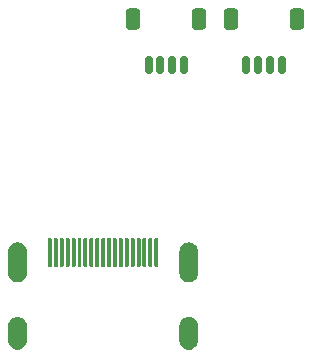
<source format=gbr>
%TF.GenerationSoftware,KiCad,Pcbnew,(6.0.6)*%
%TF.CreationDate,2022-06-22T16:08:49-06:00*%
%TF.ProjectId,21Pin_Fanout_Diodes_&_Heater,32315069-6e5f-4466-916e-6f75745f4469,rev?*%
%TF.SameCoordinates,Original*%
%TF.FileFunction,Paste,Top*%
%TF.FilePolarity,Positive*%
%FSLAX46Y46*%
G04 Gerber Fmt 4.6, Leading zero omitted, Abs format (unit mm)*
G04 Created by KiCad (PCBNEW (6.0.6)) date 2022-06-22 16:08:49*
%MOMM*%
%LPD*%
G01*
G04 APERTURE LIST*
G04 Aperture macros list*
%AMRoundRect*
0 Rectangle with rounded corners*
0 $1 Rounding radius*
0 $2 $3 $4 $5 $6 $7 $8 $9 X,Y pos of 4 corners*
0 Add a 4 corners polygon primitive as box body*
4,1,4,$2,$3,$4,$5,$6,$7,$8,$9,$2,$3,0*
0 Add four circle primitives for the rounded corners*
1,1,$1+$1,$2,$3*
1,1,$1+$1,$4,$5*
1,1,$1+$1,$6,$7*
1,1,$1+$1,$8,$9*
0 Add four rect primitives between the rounded corners*
20,1,$1+$1,$2,$3,$4,$5,0*
20,1,$1+$1,$4,$5,$6,$7,0*
20,1,$1+$1,$6,$7,$8,$9,0*
20,1,$1+$1,$8,$9,$2,$3,0*%
G04 Aperture macros list end*
%ADD10C,0.120000*%
%ADD11RoundRect,0.150000X0.150000X0.625000X-0.150000X0.625000X-0.150000X-0.625000X0.150000X-0.625000X0*%
%ADD12RoundRect,0.250000X0.350000X0.650000X-0.350000X0.650000X-0.350000X-0.650000X0.350000X-0.650000X0*%
%ADD13O,0.250000X2.400000*%
G04 APERTURE END LIST*
%TO.C,J1*%
G36*
X-3976000Y4594000D02*
G01*
X-3953000Y4587000D01*
X-3931000Y4575000D01*
X-3912000Y4560000D01*
X-3897000Y4541000D01*
X-3885000Y4519000D01*
X-3878000Y4496000D01*
X-3876000Y4471000D01*
X-3876000Y2321000D01*
X-3878000Y2297000D01*
X-3885000Y2273000D01*
X-3897000Y2252000D01*
X-3912000Y2233000D01*
X-3931000Y2217000D01*
X-3953000Y2206000D01*
X-3976000Y2199000D01*
X-4001000Y2196000D01*
X-4025000Y2199000D01*
X-4049000Y2206000D01*
X-4070000Y2217000D01*
X-4089000Y2233000D01*
X-4105000Y2252000D01*
X-4116000Y2273000D01*
X-4123000Y2297000D01*
X-4126000Y2321000D01*
X-4126000Y4471000D01*
X-4123000Y4496000D01*
X-4116000Y4519000D01*
X-4105000Y4541000D01*
X-4089000Y4560000D01*
X-4070000Y4575000D01*
X-4049000Y4587000D01*
X-4025000Y4594000D01*
X-4001000Y4596000D01*
X-3976000Y4594000D01*
G37*
D10*
X-3976000Y4594000D02*
X-3953000Y4587000D01*
X-3931000Y4575000D01*
X-3912000Y4560000D01*
X-3897000Y4541000D01*
X-3885000Y4519000D01*
X-3878000Y4496000D01*
X-3876000Y4471000D01*
X-3876000Y2321000D01*
X-3878000Y2297000D01*
X-3885000Y2273000D01*
X-3897000Y2252000D01*
X-3912000Y2233000D01*
X-3931000Y2217000D01*
X-3953000Y2206000D01*
X-3976000Y2199000D01*
X-4001000Y2196000D01*
X-4025000Y2199000D01*
X-4049000Y2206000D01*
X-4070000Y2217000D01*
X-4089000Y2233000D01*
X-4105000Y2252000D01*
X-4116000Y2273000D01*
X-4123000Y2297000D01*
X-4126000Y2321000D01*
X-4126000Y4471000D01*
X-4123000Y4496000D01*
X-4116000Y4519000D01*
X-4105000Y4541000D01*
X-4089000Y4560000D01*
X-4070000Y4575000D01*
X-4049000Y4587000D01*
X-4025000Y4594000D01*
X-4001000Y4596000D01*
X-3976000Y4594000D01*
G36*
X525000Y4594000D02*
G01*
X548000Y4587000D01*
X570000Y4575000D01*
X589000Y4560000D01*
X604000Y4541000D01*
X616000Y4519000D01*
X623000Y4496000D01*
X625000Y4471000D01*
X625000Y2321000D01*
X623000Y2297000D01*
X616000Y2273000D01*
X604000Y2252000D01*
X589000Y2233000D01*
X570000Y2217000D01*
X548000Y2206000D01*
X525000Y2199000D01*
X500000Y2196000D01*
X476000Y2199000D01*
X452000Y2206000D01*
X431000Y2217000D01*
X412000Y2233000D01*
X396000Y2252000D01*
X385000Y2273000D01*
X377000Y2297000D01*
X375000Y2321000D01*
X375000Y4471000D01*
X377000Y4496000D01*
X385000Y4519000D01*
X396000Y4541000D01*
X412000Y4560000D01*
X431000Y4575000D01*
X452000Y4587000D01*
X476000Y4594000D01*
X500000Y4596000D01*
X525000Y4594000D01*
G37*
X525000Y4594000D02*
X548000Y4587000D01*
X570000Y4575000D01*
X589000Y4560000D01*
X604000Y4541000D01*
X616000Y4519000D01*
X623000Y4496000D01*
X625000Y4471000D01*
X625000Y2321000D01*
X623000Y2297000D01*
X616000Y2273000D01*
X604000Y2252000D01*
X589000Y2233000D01*
X570000Y2217000D01*
X548000Y2206000D01*
X525000Y2199000D01*
X500000Y2196000D01*
X476000Y2199000D01*
X452000Y2206000D01*
X431000Y2217000D01*
X412000Y2233000D01*
X396000Y2252000D01*
X385000Y2273000D01*
X377000Y2297000D01*
X375000Y2321000D01*
X375000Y4471000D01*
X377000Y4496000D01*
X385000Y4519000D01*
X396000Y4541000D01*
X412000Y4560000D01*
X431000Y4575000D01*
X452000Y4587000D01*
X476000Y4594000D01*
X500000Y4596000D01*
X525000Y4594000D01*
G36*
X-974000Y4592000D02*
G01*
X-951000Y4584000D01*
X-929000Y4572000D01*
X-911000Y4557000D01*
X-895000Y4537000D01*
X-884000Y4516000D01*
X-877000Y4492000D01*
X-875000Y4471000D01*
X-875000Y2321000D01*
X-878000Y2297000D01*
X-885000Y2274000D01*
X-897000Y2252000D01*
X-913000Y2233000D01*
X-932000Y2218000D01*
X-954000Y2207000D01*
X-978000Y2200000D01*
X-1002000Y2198000D01*
X-1026000Y2201000D01*
X-1050000Y2208000D01*
X-1071000Y2220000D01*
X-1090000Y2236000D01*
X-1105000Y2255000D01*
X-1116000Y2277000D01*
X-1123000Y2300000D01*
X-1125000Y2321000D01*
X-1125000Y4471000D01*
X-1122000Y4496000D01*
X-1115000Y4519000D01*
X-1103000Y4540000D01*
X-1087000Y4559000D01*
X-1068000Y4574000D01*
X-1046000Y4586000D01*
X-1023000Y4592000D01*
X-998000Y4594000D01*
X-974000Y4592000D01*
G37*
X-974000Y4592000D02*
X-951000Y4584000D01*
X-929000Y4572000D01*
X-911000Y4557000D01*
X-895000Y4537000D01*
X-884000Y4516000D01*
X-877000Y4492000D01*
X-875000Y4471000D01*
X-875000Y2321000D01*
X-878000Y2297000D01*
X-885000Y2274000D01*
X-897000Y2252000D01*
X-913000Y2233000D01*
X-932000Y2218000D01*
X-954000Y2207000D01*
X-978000Y2200000D01*
X-1002000Y2198000D01*
X-1026000Y2201000D01*
X-1050000Y2208000D01*
X-1071000Y2220000D01*
X-1090000Y2236000D01*
X-1105000Y2255000D01*
X-1116000Y2277000D01*
X-1123000Y2300000D01*
X-1125000Y2321000D01*
X-1125000Y4471000D01*
X-1122000Y4496000D01*
X-1115000Y4519000D01*
X-1103000Y4540000D01*
X-1087000Y4559000D01*
X-1068000Y4574000D01*
X-1046000Y4586000D01*
X-1023000Y4592000D01*
X-998000Y4594000D01*
X-974000Y4592000D01*
G36*
X-7103000Y-2100000D02*
G01*
X-6962000Y-2143000D01*
X-6832000Y-2212000D01*
X-6719000Y-2305000D01*
X-6626000Y-2419000D01*
X-6556000Y-2549000D01*
X-6514000Y-2689000D01*
X-6499000Y-2836000D01*
X-6499000Y-4036000D01*
X-6514000Y-4182000D01*
X-6556000Y-4323000D01*
X-6626000Y-4452000D01*
X-6719000Y-4566000D01*
X-6832000Y-4659000D01*
X-6962000Y-4729000D01*
X-7103000Y-4771000D01*
X-7249000Y-4786000D01*
X-7395000Y-4771000D01*
X-7536000Y-4729000D01*
X-7666000Y-4659000D01*
X-7779000Y-4566000D01*
X-7873000Y-4452000D01*
X-7942000Y-4323000D01*
X-7985000Y-4182000D01*
X-7999000Y-4036000D01*
X-7999000Y-2836000D01*
X-7985000Y-2689000D01*
X-7942000Y-2549000D01*
X-7873000Y-2419000D01*
X-7779000Y-2305000D01*
X-7666000Y-2212000D01*
X-7536000Y-2143000D01*
X-7395000Y-2100000D01*
X-7249000Y-2086000D01*
X-7103000Y-2100000D01*
G37*
X-7103000Y-2100000D02*
X-6962000Y-2143000D01*
X-6832000Y-2212000D01*
X-6719000Y-2305000D01*
X-6626000Y-2419000D01*
X-6556000Y-2549000D01*
X-6514000Y-2689000D01*
X-6499000Y-2836000D01*
X-6499000Y-4036000D01*
X-6514000Y-4182000D01*
X-6556000Y-4323000D01*
X-6626000Y-4452000D01*
X-6719000Y-4566000D01*
X-6832000Y-4659000D01*
X-6962000Y-4729000D01*
X-7103000Y-4771000D01*
X-7249000Y-4786000D01*
X-7395000Y-4771000D01*
X-7536000Y-4729000D01*
X-7666000Y-4659000D01*
X-7779000Y-4566000D01*
X-7873000Y-4452000D01*
X-7942000Y-4323000D01*
X-7985000Y-4182000D01*
X-7999000Y-4036000D01*
X-7999000Y-2836000D01*
X-7985000Y-2689000D01*
X-7942000Y-2549000D01*
X-7873000Y-2419000D01*
X-7779000Y-2305000D01*
X-7666000Y-2212000D01*
X-7536000Y-2143000D01*
X-7395000Y-2100000D01*
X-7249000Y-2086000D01*
X-7103000Y-2100000D01*
G36*
X3525000Y4594000D02*
G01*
X3549000Y4587000D01*
X3570000Y4575000D01*
X3589000Y4560000D01*
X3605000Y4541000D01*
X3616000Y4519000D01*
X3623000Y4496000D01*
X3626000Y4471000D01*
X3626000Y2321000D01*
X3623000Y2297000D01*
X3616000Y2273000D01*
X3605000Y2252000D01*
X3589000Y2233000D01*
X3570000Y2217000D01*
X3549000Y2206000D01*
X3525000Y2199000D01*
X3501000Y2196000D01*
X3476000Y2199000D01*
X3453000Y2206000D01*
X3431000Y2217000D01*
X3412000Y2233000D01*
X3397000Y2252000D01*
X3385000Y2273000D01*
X3378000Y2297000D01*
X3376000Y2321000D01*
X3376000Y4471000D01*
X3378000Y4496000D01*
X3385000Y4519000D01*
X3397000Y4541000D01*
X3412000Y4560000D01*
X3431000Y4575000D01*
X3453000Y4587000D01*
X3476000Y4594000D01*
X3501000Y4596000D01*
X3525000Y4594000D01*
G37*
X3525000Y4594000D02*
X3549000Y4587000D01*
X3570000Y4575000D01*
X3589000Y4560000D01*
X3605000Y4541000D01*
X3616000Y4519000D01*
X3623000Y4496000D01*
X3626000Y4471000D01*
X3626000Y2321000D01*
X3623000Y2297000D01*
X3616000Y2273000D01*
X3605000Y2252000D01*
X3589000Y2233000D01*
X3570000Y2217000D01*
X3549000Y2206000D01*
X3525000Y2199000D01*
X3501000Y2196000D01*
X3476000Y2199000D01*
X3453000Y2206000D01*
X3431000Y2217000D01*
X3412000Y2233000D01*
X3397000Y2252000D01*
X3385000Y2273000D01*
X3378000Y2297000D01*
X3376000Y2321000D01*
X3376000Y4471000D01*
X3378000Y4496000D01*
X3385000Y4519000D01*
X3397000Y4541000D01*
X3412000Y4560000D01*
X3431000Y4575000D01*
X3453000Y4587000D01*
X3476000Y4594000D01*
X3501000Y4596000D01*
X3525000Y4594000D01*
G36*
X2025000Y4594000D02*
G01*
X2048000Y4587000D01*
X2070000Y4575000D01*
X2089000Y4560000D01*
X2104000Y4541000D01*
X2116000Y4519000D01*
X2123000Y4496000D01*
X2125000Y4471000D01*
X2125000Y2321000D01*
X2123000Y2297000D01*
X2116000Y2273000D01*
X2104000Y2252000D01*
X2089000Y2233000D01*
X2070000Y2217000D01*
X2048000Y2206000D01*
X2025000Y2199000D01*
X2000000Y2196000D01*
X1976000Y2199000D01*
X1953000Y2206000D01*
X1931000Y2217000D01*
X1912000Y2233000D01*
X1896000Y2252000D01*
X1885000Y2273000D01*
X1878000Y2297000D01*
X1875000Y2321000D01*
X1875000Y4471000D01*
X1878000Y4496000D01*
X1885000Y4519000D01*
X1896000Y4541000D01*
X1912000Y4560000D01*
X1931000Y4575000D01*
X1953000Y4587000D01*
X1976000Y4594000D01*
X2000000Y4596000D01*
X2025000Y4594000D01*
G37*
X2025000Y4594000D02*
X2048000Y4587000D01*
X2070000Y4575000D01*
X2089000Y4560000D01*
X2104000Y4541000D01*
X2116000Y4519000D01*
X2123000Y4496000D01*
X2125000Y4471000D01*
X2125000Y2321000D01*
X2123000Y2297000D01*
X2116000Y2273000D01*
X2104000Y2252000D01*
X2089000Y2233000D01*
X2070000Y2217000D01*
X2048000Y2206000D01*
X2025000Y2199000D01*
X2000000Y2196000D01*
X1976000Y2199000D01*
X1953000Y2206000D01*
X1931000Y2217000D01*
X1912000Y2233000D01*
X1896000Y2252000D01*
X1885000Y2273000D01*
X1878000Y2297000D01*
X1875000Y2321000D01*
X1875000Y4471000D01*
X1878000Y4496000D01*
X1885000Y4519000D01*
X1896000Y4541000D01*
X1912000Y4560000D01*
X1931000Y4575000D01*
X1953000Y4587000D01*
X1976000Y4594000D01*
X2000000Y4596000D01*
X2025000Y4594000D01*
G36*
X-7103000Y4199000D02*
G01*
X-6962000Y4157000D01*
X-6832000Y4087000D01*
X-6719000Y3994000D01*
X-6626000Y3880000D01*
X-6556000Y3751000D01*
X-6514000Y3610000D01*
X-6499000Y3464000D01*
X-6499000Y1664000D01*
X-6514000Y1517000D01*
X-6556000Y1377000D01*
X-6626000Y1247000D01*
X-6719000Y1133000D01*
X-6832000Y1040000D01*
X-6962000Y971000D01*
X-7103000Y928000D01*
X-7249000Y914000D01*
X-7395000Y928000D01*
X-7536000Y971000D01*
X-7666000Y1040000D01*
X-7779000Y1133000D01*
X-7873000Y1247000D01*
X-7942000Y1377000D01*
X-7985000Y1517000D01*
X-7999000Y1664000D01*
X-7999000Y3464000D01*
X-7985000Y3610000D01*
X-7942000Y3751000D01*
X-7873000Y3880000D01*
X-7779000Y3994000D01*
X-7666000Y4087000D01*
X-7536000Y4157000D01*
X-7395000Y4199000D01*
X-7249000Y4214000D01*
X-7103000Y4199000D01*
G37*
X-7103000Y4199000D02*
X-6962000Y4157000D01*
X-6832000Y4087000D01*
X-6719000Y3994000D01*
X-6626000Y3880000D01*
X-6556000Y3751000D01*
X-6514000Y3610000D01*
X-6499000Y3464000D01*
X-6499000Y1664000D01*
X-6514000Y1517000D01*
X-6556000Y1377000D01*
X-6626000Y1247000D01*
X-6719000Y1133000D01*
X-6832000Y1040000D01*
X-6962000Y971000D01*
X-7103000Y928000D01*
X-7249000Y914000D01*
X-7395000Y928000D01*
X-7536000Y971000D01*
X-7666000Y1040000D01*
X-7779000Y1133000D01*
X-7873000Y1247000D01*
X-7942000Y1377000D01*
X-7985000Y1517000D01*
X-7999000Y1664000D01*
X-7999000Y3464000D01*
X-7985000Y3610000D01*
X-7942000Y3751000D01*
X-7873000Y3880000D01*
X-7779000Y3994000D01*
X-7666000Y4087000D01*
X-7536000Y4157000D01*
X-7395000Y4199000D01*
X-7249000Y4214000D01*
X-7103000Y4199000D01*
G36*
X-4477000Y4594000D02*
G01*
X-4453000Y4587000D01*
X-4431000Y4575000D01*
X-4413000Y4560000D01*
X-4397000Y4541000D01*
X-4385000Y4519000D01*
X-4378000Y4496000D01*
X-4376000Y4471000D01*
X-4376000Y2321000D01*
X-4378000Y2297000D01*
X-4385000Y2273000D01*
X-4397000Y2252000D01*
X-4413000Y2233000D01*
X-4431000Y2217000D01*
X-4453000Y2206000D01*
X-4477000Y2199000D01*
X-4501000Y2196000D01*
X-4525000Y2199000D01*
X-4549000Y2206000D01*
X-4570000Y2217000D01*
X-4589000Y2233000D01*
X-4605000Y2252000D01*
X-4616000Y2273000D01*
X-4624000Y2297000D01*
X-4626000Y2321000D01*
X-4626000Y4471000D01*
X-4624000Y4496000D01*
X-4616000Y4519000D01*
X-4605000Y4541000D01*
X-4589000Y4560000D01*
X-4570000Y4575000D01*
X-4549000Y4587000D01*
X-4525000Y4594000D01*
X-4501000Y4596000D01*
X-4477000Y4594000D01*
G37*
X-4477000Y4594000D02*
X-4453000Y4587000D01*
X-4431000Y4575000D01*
X-4413000Y4560000D01*
X-4397000Y4541000D01*
X-4385000Y4519000D01*
X-4378000Y4496000D01*
X-4376000Y4471000D01*
X-4376000Y2321000D01*
X-4378000Y2297000D01*
X-4385000Y2273000D01*
X-4397000Y2252000D01*
X-4413000Y2233000D01*
X-4431000Y2217000D01*
X-4453000Y2206000D01*
X-4477000Y2199000D01*
X-4501000Y2196000D01*
X-4525000Y2199000D01*
X-4549000Y2206000D01*
X-4570000Y2217000D01*
X-4589000Y2233000D01*
X-4605000Y2252000D01*
X-4616000Y2273000D01*
X-4624000Y2297000D01*
X-4626000Y2321000D01*
X-4626000Y4471000D01*
X-4624000Y4496000D01*
X-4616000Y4519000D01*
X-4605000Y4541000D01*
X-4589000Y4560000D01*
X-4570000Y4575000D01*
X-4549000Y4587000D01*
X-4525000Y4594000D01*
X-4501000Y4596000D01*
X-4477000Y4594000D01*
G36*
X24000Y4594000D02*
G01*
X48000Y4587000D01*
X69000Y4575000D01*
X88000Y4560000D01*
X104000Y4541000D01*
X116000Y4519000D01*
X123000Y4496000D01*
X125000Y4471000D01*
X125000Y2321000D01*
X123000Y2297000D01*
X116000Y2273000D01*
X104000Y2252000D01*
X88000Y2233000D01*
X69000Y2217000D01*
X48000Y2206000D01*
X24000Y2199000D01*
X0Y2196000D01*
X-24000Y2199000D01*
X-48000Y2206000D01*
X-69000Y2217000D01*
X-88000Y2233000D01*
X-104000Y2252000D01*
X-116000Y2273000D01*
X-123000Y2297000D01*
X-125000Y2321000D01*
X-125000Y4471000D01*
X-123000Y4496000D01*
X-116000Y4519000D01*
X-104000Y4541000D01*
X-88000Y4560000D01*
X-69000Y4575000D01*
X-48000Y4587000D01*
X-24000Y4594000D01*
X0Y4596000D01*
X24000Y4594000D01*
G37*
X24000Y4594000D02*
X48000Y4587000D01*
X69000Y4575000D01*
X88000Y4560000D01*
X104000Y4541000D01*
X116000Y4519000D01*
X123000Y4496000D01*
X125000Y4471000D01*
X125000Y2321000D01*
X123000Y2297000D01*
X116000Y2273000D01*
X104000Y2252000D01*
X88000Y2233000D01*
X69000Y2217000D01*
X48000Y2206000D01*
X24000Y2199000D01*
X0Y2196000D01*
X-24000Y2199000D01*
X-48000Y2206000D01*
X-69000Y2217000D01*
X-88000Y2233000D01*
X-104000Y2252000D01*
X-116000Y2273000D01*
X-123000Y2297000D01*
X-125000Y2321000D01*
X-125000Y4471000D01*
X-123000Y4496000D01*
X-116000Y4519000D01*
X-104000Y4541000D01*
X-88000Y4560000D01*
X-69000Y4575000D01*
X-48000Y4587000D01*
X-24000Y4594000D01*
X0Y4596000D01*
X24000Y4594000D01*
G36*
X-2976000Y4594000D02*
G01*
X-2953000Y4587000D01*
X-2931000Y4575000D01*
X-2912000Y4560000D01*
X-2897000Y4541000D01*
X-2885000Y4519000D01*
X-2878000Y4496000D01*
X-2876000Y4471000D01*
X-2876000Y2321000D01*
X-2878000Y2297000D01*
X-2885000Y2273000D01*
X-2897000Y2252000D01*
X-2912000Y2233000D01*
X-2931000Y2217000D01*
X-2953000Y2206000D01*
X-2976000Y2199000D01*
X-3001000Y2196000D01*
X-3025000Y2199000D01*
X-3048000Y2206000D01*
X-3070000Y2217000D01*
X-3089000Y2233000D01*
X-3105000Y2252000D01*
X-3116000Y2273000D01*
X-3123000Y2297000D01*
X-3126000Y2321000D01*
X-3126000Y4471000D01*
X-3123000Y4496000D01*
X-3116000Y4519000D01*
X-3105000Y4541000D01*
X-3089000Y4560000D01*
X-3070000Y4575000D01*
X-3048000Y4587000D01*
X-3025000Y4594000D01*
X-3001000Y4596000D01*
X-2976000Y4594000D01*
G37*
X-2976000Y4594000D02*
X-2953000Y4587000D01*
X-2931000Y4575000D01*
X-2912000Y4560000D01*
X-2897000Y4541000D01*
X-2885000Y4519000D01*
X-2878000Y4496000D01*
X-2876000Y4471000D01*
X-2876000Y2321000D01*
X-2878000Y2297000D01*
X-2885000Y2273000D01*
X-2897000Y2252000D01*
X-2912000Y2233000D01*
X-2931000Y2217000D01*
X-2953000Y2206000D01*
X-2976000Y2199000D01*
X-3001000Y2196000D01*
X-3025000Y2199000D01*
X-3048000Y2206000D01*
X-3070000Y2217000D01*
X-3089000Y2233000D01*
X-3105000Y2252000D01*
X-3116000Y2273000D01*
X-3123000Y2297000D01*
X-3126000Y2321000D01*
X-3126000Y4471000D01*
X-3123000Y4496000D01*
X-3116000Y4519000D01*
X-3105000Y4541000D01*
X-3089000Y4560000D01*
X-3070000Y4575000D01*
X-3048000Y4587000D01*
X-3025000Y4594000D01*
X-3001000Y4596000D01*
X-2976000Y4594000D01*
G36*
X-1976000Y4594000D02*
G01*
X-1953000Y4587000D01*
X-1931000Y4575000D01*
X-1912000Y4560000D01*
X-1896000Y4541000D01*
X-1885000Y4519000D01*
X-1878000Y4496000D01*
X-1875000Y4471000D01*
X-1875000Y2321000D01*
X-1878000Y2297000D01*
X-1885000Y2273000D01*
X-1896000Y2252000D01*
X-1912000Y2233000D01*
X-1931000Y2217000D01*
X-1953000Y2206000D01*
X-1976000Y2199000D01*
X-2000000Y2196000D01*
X-2025000Y2199000D01*
X-2048000Y2206000D01*
X-2070000Y2217000D01*
X-2089000Y2233000D01*
X-2104000Y2252000D01*
X-2116000Y2273000D01*
X-2123000Y2297000D01*
X-2125000Y2321000D01*
X-2125000Y4471000D01*
X-2123000Y4496000D01*
X-2116000Y4519000D01*
X-2104000Y4541000D01*
X-2089000Y4560000D01*
X-2070000Y4575000D01*
X-2048000Y4587000D01*
X-2025000Y4594000D01*
X-2000000Y4596000D01*
X-1976000Y4594000D01*
G37*
X-1976000Y4594000D02*
X-1953000Y4587000D01*
X-1931000Y4575000D01*
X-1912000Y4560000D01*
X-1896000Y4541000D01*
X-1885000Y4519000D01*
X-1878000Y4496000D01*
X-1875000Y4471000D01*
X-1875000Y2321000D01*
X-1878000Y2297000D01*
X-1885000Y2273000D01*
X-1896000Y2252000D01*
X-1912000Y2233000D01*
X-1931000Y2217000D01*
X-1953000Y2206000D01*
X-1976000Y2199000D01*
X-2000000Y2196000D01*
X-2025000Y2199000D01*
X-2048000Y2206000D01*
X-2070000Y2217000D01*
X-2089000Y2233000D01*
X-2104000Y2252000D01*
X-2116000Y2273000D01*
X-2123000Y2297000D01*
X-2125000Y2321000D01*
X-2125000Y4471000D01*
X-2123000Y4496000D01*
X-2116000Y4519000D01*
X-2104000Y4541000D01*
X-2089000Y4560000D01*
X-2070000Y4575000D01*
X-2048000Y4587000D01*
X-2025000Y4594000D01*
X-2000000Y4596000D01*
X-1976000Y4594000D01*
G36*
X-2476000Y4594000D02*
G01*
X-2453000Y4587000D01*
X-2431000Y4575000D01*
X-2412000Y4560000D01*
X-2397000Y4541000D01*
X-2385000Y4519000D01*
X-2378000Y4496000D01*
X-2375000Y4471000D01*
X-2375000Y2321000D01*
X-2378000Y2297000D01*
X-2385000Y2273000D01*
X-2397000Y2252000D01*
X-2412000Y2233000D01*
X-2431000Y2217000D01*
X-2453000Y2206000D01*
X-2476000Y2199000D01*
X-2500000Y2196000D01*
X-2525000Y2199000D01*
X-2548000Y2206000D01*
X-2570000Y2217000D01*
X-2589000Y2233000D01*
X-2604000Y2252000D01*
X-2616000Y2273000D01*
X-2623000Y2297000D01*
X-2625000Y2321000D01*
X-2625000Y4471000D01*
X-2623000Y4496000D01*
X-2616000Y4519000D01*
X-2604000Y4541000D01*
X-2589000Y4560000D01*
X-2570000Y4575000D01*
X-2548000Y4587000D01*
X-2525000Y4594000D01*
X-2500000Y4596000D01*
X-2476000Y4594000D01*
G37*
X-2476000Y4594000D02*
X-2453000Y4587000D01*
X-2431000Y4575000D01*
X-2412000Y4560000D01*
X-2397000Y4541000D01*
X-2385000Y4519000D01*
X-2378000Y4496000D01*
X-2375000Y4471000D01*
X-2375000Y2321000D01*
X-2378000Y2297000D01*
X-2385000Y2273000D01*
X-2397000Y2252000D01*
X-2412000Y2233000D01*
X-2431000Y2217000D01*
X-2453000Y2206000D01*
X-2476000Y2199000D01*
X-2500000Y2196000D01*
X-2525000Y2199000D01*
X-2548000Y2206000D01*
X-2570000Y2217000D01*
X-2589000Y2233000D01*
X-2604000Y2252000D01*
X-2616000Y2273000D01*
X-2623000Y2297000D01*
X-2625000Y2321000D01*
X-2625000Y4471000D01*
X-2623000Y4496000D01*
X-2616000Y4519000D01*
X-2604000Y4541000D01*
X-2589000Y4560000D01*
X-2570000Y4575000D01*
X-2548000Y4587000D01*
X-2525000Y4594000D01*
X-2500000Y4596000D01*
X-2476000Y4594000D01*
G36*
X1025000Y4594000D02*
G01*
X1048000Y4587000D01*
X1070000Y4575000D01*
X1089000Y4560000D01*
X1104000Y4541000D01*
X1116000Y4519000D01*
X1123000Y4496000D01*
X1125000Y4471000D01*
X1125000Y2321000D01*
X1123000Y2297000D01*
X1116000Y2273000D01*
X1104000Y2252000D01*
X1089000Y2233000D01*
X1070000Y2217000D01*
X1048000Y2206000D01*
X1025000Y2199000D01*
X1000000Y2196000D01*
X976000Y2199000D01*
X952000Y2206000D01*
X931000Y2217000D01*
X912000Y2233000D01*
X896000Y2252000D01*
X885000Y2273000D01*
X878000Y2297000D01*
X875000Y2321000D01*
X875000Y4471000D01*
X878000Y4496000D01*
X885000Y4519000D01*
X896000Y4541000D01*
X912000Y4560000D01*
X931000Y4575000D01*
X952000Y4587000D01*
X976000Y4594000D01*
X1000000Y4596000D01*
X1025000Y4594000D01*
G37*
X1025000Y4594000D02*
X1048000Y4587000D01*
X1070000Y4575000D01*
X1089000Y4560000D01*
X1104000Y4541000D01*
X1116000Y4519000D01*
X1123000Y4496000D01*
X1125000Y4471000D01*
X1125000Y2321000D01*
X1123000Y2297000D01*
X1116000Y2273000D01*
X1104000Y2252000D01*
X1089000Y2233000D01*
X1070000Y2217000D01*
X1048000Y2206000D01*
X1025000Y2199000D01*
X1000000Y2196000D01*
X976000Y2199000D01*
X952000Y2206000D01*
X931000Y2217000D01*
X912000Y2233000D01*
X896000Y2252000D01*
X885000Y2273000D01*
X878000Y2297000D01*
X875000Y2321000D01*
X875000Y4471000D01*
X878000Y4496000D01*
X885000Y4519000D01*
X896000Y4541000D01*
X912000Y4560000D01*
X931000Y4575000D01*
X952000Y4587000D01*
X976000Y4594000D01*
X1000000Y4596000D01*
X1025000Y4594000D01*
G36*
X7396000Y4199000D02*
G01*
X7536000Y4157000D01*
X7666000Y4087000D01*
X7780000Y3994000D01*
X7873000Y3880000D01*
X7942000Y3751000D01*
X7985000Y3610000D01*
X7999000Y3464000D01*
X7999000Y1664000D01*
X7985000Y1517000D01*
X7942000Y1377000D01*
X7873000Y1247000D01*
X7780000Y1133000D01*
X7666000Y1040000D01*
X7536000Y971000D01*
X7396000Y928000D01*
X7249000Y914000D01*
X7103000Y928000D01*
X6962000Y971000D01*
X6833000Y1040000D01*
X6719000Y1133000D01*
X6626000Y1247000D01*
X6556000Y1377000D01*
X6514000Y1517000D01*
X6499000Y1664000D01*
X6499000Y3464000D01*
X6514000Y3610000D01*
X6556000Y3751000D01*
X6626000Y3880000D01*
X6719000Y3994000D01*
X6833000Y4087000D01*
X6962000Y4157000D01*
X7103000Y4199000D01*
X7249000Y4214000D01*
X7396000Y4199000D01*
G37*
X7396000Y4199000D02*
X7536000Y4157000D01*
X7666000Y4087000D01*
X7780000Y3994000D01*
X7873000Y3880000D01*
X7942000Y3751000D01*
X7985000Y3610000D01*
X7999000Y3464000D01*
X7999000Y1664000D01*
X7985000Y1517000D01*
X7942000Y1377000D01*
X7873000Y1247000D01*
X7780000Y1133000D01*
X7666000Y1040000D01*
X7536000Y971000D01*
X7396000Y928000D01*
X7249000Y914000D01*
X7103000Y928000D01*
X6962000Y971000D01*
X6833000Y1040000D01*
X6719000Y1133000D01*
X6626000Y1247000D01*
X6556000Y1377000D01*
X6514000Y1517000D01*
X6499000Y1664000D01*
X6499000Y3464000D01*
X6514000Y3610000D01*
X6556000Y3751000D01*
X6626000Y3880000D01*
X6719000Y3994000D01*
X6833000Y4087000D01*
X6962000Y4157000D01*
X7103000Y4199000D01*
X7249000Y4214000D01*
X7396000Y4199000D01*
G36*
X-474000Y4592000D02*
G01*
X-451000Y4584000D01*
X-429000Y4572000D01*
X-410000Y4557000D01*
X-395000Y4537000D01*
X-384000Y4516000D01*
X-377000Y4492000D01*
X-375000Y4471000D01*
X-375000Y2321000D01*
X-378000Y2297000D01*
X-385000Y2274000D01*
X-397000Y2252000D01*
X-413000Y2233000D01*
X-432000Y2218000D01*
X-454000Y2207000D01*
X-477000Y2200000D01*
X-502000Y2198000D01*
X-526000Y2201000D01*
X-550000Y2208000D01*
X-571000Y2220000D01*
X-590000Y2236000D01*
X-605000Y2255000D01*
X-616000Y2277000D01*
X-623000Y2300000D01*
X-625000Y2321000D01*
X-625000Y4471000D01*
X-622000Y4496000D01*
X-615000Y4519000D01*
X-603000Y4540000D01*
X-587000Y4559000D01*
X-568000Y4574000D01*
X-546000Y4586000D01*
X-523000Y4592000D01*
X-498000Y4594000D01*
X-474000Y4592000D01*
G37*
X-474000Y4592000D02*
X-451000Y4584000D01*
X-429000Y4572000D01*
X-410000Y4557000D01*
X-395000Y4537000D01*
X-384000Y4516000D01*
X-377000Y4492000D01*
X-375000Y4471000D01*
X-375000Y2321000D01*
X-378000Y2297000D01*
X-385000Y2274000D01*
X-397000Y2252000D01*
X-413000Y2233000D01*
X-432000Y2218000D01*
X-454000Y2207000D01*
X-477000Y2200000D01*
X-502000Y2198000D01*
X-526000Y2201000D01*
X-550000Y2208000D01*
X-571000Y2220000D01*
X-590000Y2236000D01*
X-605000Y2255000D01*
X-616000Y2277000D01*
X-623000Y2300000D01*
X-625000Y2321000D01*
X-625000Y4471000D01*
X-622000Y4496000D01*
X-615000Y4519000D01*
X-603000Y4540000D01*
X-587000Y4559000D01*
X-568000Y4574000D01*
X-546000Y4586000D01*
X-523000Y4592000D01*
X-498000Y4594000D01*
X-474000Y4592000D01*
G36*
X4525000Y4594000D02*
G01*
X4549000Y4587000D01*
X4570000Y4575000D01*
X4589000Y4560000D01*
X4605000Y4541000D01*
X4616000Y4519000D01*
X4624000Y4496000D01*
X4626000Y4471000D01*
X4626000Y2321000D01*
X4624000Y2297000D01*
X4616000Y2273000D01*
X4605000Y2252000D01*
X4589000Y2233000D01*
X4570000Y2217000D01*
X4549000Y2206000D01*
X4525000Y2199000D01*
X4501000Y2196000D01*
X4477000Y2199000D01*
X4453000Y2206000D01*
X4431000Y2217000D01*
X4413000Y2233000D01*
X4397000Y2252000D01*
X4385000Y2273000D01*
X4378000Y2297000D01*
X4376000Y2321000D01*
X4376000Y4471000D01*
X4378000Y4496000D01*
X4385000Y4519000D01*
X4397000Y4541000D01*
X4413000Y4560000D01*
X4431000Y4575000D01*
X4453000Y4587000D01*
X4477000Y4594000D01*
X4501000Y4596000D01*
X4525000Y4594000D01*
G37*
X4525000Y4594000D02*
X4549000Y4587000D01*
X4570000Y4575000D01*
X4589000Y4560000D01*
X4605000Y4541000D01*
X4616000Y4519000D01*
X4624000Y4496000D01*
X4626000Y4471000D01*
X4626000Y2321000D01*
X4624000Y2297000D01*
X4616000Y2273000D01*
X4605000Y2252000D01*
X4589000Y2233000D01*
X4570000Y2217000D01*
X4549000Y2206000D01*
X4525000Y2199000D01*
X4501000Y2196000D01*
X4477000Y2199000D01*
X4453000Y2206000D01*
X4431000Y2217000D01*
X4413000Y2233000D01*
X4397000Y2252000D01*
X4385000Y2273000D01*
X4378000Y2297000D01*
X4376000Y2321000D01*
X4376000Y4471000D01*
X4378000Y4496000D01*
X4385000Y4519000D01*
X4397000Y4541000D01*
X4413000Y4560000D01*
X4431000Y4575000D01*
X4453000Y4587000D01*
X4477000Y4594000D01*
X4501000Y4596000D01*
X4525000Y4594000D01*
G36*
X1525000Y4594000D02*
G01*
X1548000Y4587000D01*
X1570000Y4575000D01*
X1589000Y4560000D01*
X1604000Y4541000D01*
X1616000Y4519000D01*
X1623000Y4496000D01*
X1625000Y4471000D01*
X1625000Y2321000D01*
X1623000Y2297000D01*
X1616000Y2273000D01*
X1604000Y2252000D01*
X1589000Y2233000D01*
X1570000Y2217000D01*
X1548000Y2206000D01*
X1525000Y2199000D01*
X1500000Y2196000D01*
X1476000Y2199000D01*
X1452000Y2206000D01*
X1431000Y2217000D01*
X1412000Y2233000D01*
X1396000Y2252000D01*
X1385000Y2273000D01*
X1378000Y2297000D01*
X1375000Y2321000D01*
X1375000Y4471000D01*
X1378000Y4496000D01*
X1385000Y4519000D01*
X1396000Y4541000D01*
X1412000Y4560000D01*
X1431000Y4575000D01*
X1452000Y4587000D01*
X1476000Y4594000D01*
X1500000Y4596000D01*
X1525000Y4594000D01*
G37*
X1525000Y4594000D02*
X1548000Y4587000D01*
X1570000Y4575000D01*
X1589000Y4560000D01*
X1604000Y4541000D01*
X1616000Y4519000D01*
X1623000Y4496000D01*
X1625000Y4471000D01*
X1625000Y2321000D01*
X1623000Y2297000D01*
X1616000Y2273000D01*
X1604000Y2252000D01*
X1589000Y2233000D01*
X1570000Y2217000D01*
X1548000Y2206000D01*
X1525000Y2199000D01*
X1500000Y2196000D01*
X1476000Y2199000D01*
X1452000Y2206000D01*
X1431000Y2217000D01*
X1412000Y2233000D01*
X1396000Y2252000D01*
X1385000Y2273000D01*
X1378000Y2297000D01*
X1375000Y2321000D01*
X1375000Y4471000D01*
X1378000Y4496000D01*
X1385000Y4519000D01*
X1396000Y4541000D01*
X1412000Y4560000D01*
X1431000Y4575000D01*
X1452000Y4587000D01*
X1476000Y4594000D01*
X1500000Y4596000D01*
X1525000Y4594000D01*
G36*
X7396000Y-2100000D02*
G01*
X7536000Y-2143000D01*
X7666000Y-2212000D01*
X7780000Y-2305000D01*
X7873000Y-2419000D01*
X7942000Y-2549000D01*
X7985000Y-2689000D01*
X7999000Y-2836000D01*
X7999000Y-4036000D01*
X7985000Y-4182000D01*
X7942000Y-4323000D01*
X7873000Y-4452000D01*
X7780000Y-4566000D01*
X7666000Y-4659000D01*
X7536000Y-4729000D01*
X7396000Y-4771000D01*
X7249000Y-4786000D01*
X7103000Y-4771000D01*
X6962000Y-4729000D01*
X6833000Y-4659000D01*
X6719000Y-4566000D01*
X6626000Y-4452000D01*
X6556000Y-4323000D01*
X6514000Y-4182000D01*
X6499000Y-4036000D01*
X6499000Y-2836000D01*
X6514000Y-2689000D01*
X6556000Y-2549000D01*
X6626000Y-2419000D01*
X6719000Y-2305000D01*
X6833000Y-2212000D01*
X6962000Y-2143000D01*
X7103000Y-2100000D01*
X7249000Y-2086000D01*
X7396000Y-2100000D01*
G37*
X7396000Y-2100000D02*
X7536000Y-2143000D01*
X7666000Y-2212000D01*
X7780000Y-2305000D01*
X7873000Y-2419000D01*
X7942000Y-2549000D01*
X7985000Y-2689000D01*
X7999000Y-2836000D01*
X7999000Y-4036000D01*
X7985000Y-4182000D01*
X7942000Y-4323000D01*
X7873000Y-4452000D01*
X7780000Y-4566000D01*
X7666000Y-4659000D01*
X7536000Y-4729000D01*
X7396000Y-4771000D01*
X7249000Y-4786000D01*
X7103000Y-4771000D01*
X6962000Y-4729000D01*
X6833000Y-4659000D01*
X6719000Y-4566000D01*
X6626000Y-4452000D01*
X6556000Y-4323000D01*
X6514000Y-4182000D01*
X6499000Y-4036000D01*
X6499000Y-2836000D01*
X6514000Y-2689000D01*
X6556000Y-2549000D01*
X6626000Y-2419000D01*
X6719000Y-2305000D01*
X6833000Y-2212000D01*
X6962000Y-2143000D01*
X7103000Y-2100000D01*
X7249000Y-2086000D01*
X7396000Y-2100000D01*
G36*
X4025000Y4594000D02*
G01*
X4049000Y4587000D01*
X4070000Y4575000D01*
X4089000Y4560000D01*
X4105000Y4541000D01*
X4116000Y4519000D01*
X4123000Y4496000D01*
X4126000Y4471000D01*
X4126000Y2321000D01*
X4123000Y2297000D01*
X4116000Y2273000D01*
X4105000Y2252000D01*
X4089000Y2233000D01*
X4070000Y2217000D01*
X4049000Y2206000D01*
X4025000Y2199000D01*
X4001000Y2196000D01*
X3976000Y2199000D01*
X3953000Y2206000D01*
X3931000Y2217000D01*
X3912000Y2233000D01*
X3897000Y2252000D01*
X3885000Y2273000D01*
X3878000Y2297000D01*
X3876000Y2321000D01*
X3876000Y4471000D01*
X3878000Y4496000D01*
X3885000Y4519000D01*
X3897000Y4541000D01*
X3912000Y4560000D01*
X3931000Y4575000D01*
X3953000Y4587000D01*
X3976000Y4594000D01*
X4001000Y4596000D01*
X4025000Y4594000D01*
G37*
X4025000Y4594000D02*
X4049000Y4587000D01*
X4070000Y4575000D01*
X4089000Y4560000D01*
X4105000Y4541000D01*
X4116000Y4519000D01*
X4123000Y4496000D01*
X4126000Y4471000D01*
X4126000Y2321000D01*
X4123000Y2297000D01*
X4116000Y2273000D01*
X4105000Y2252000D01*
X4089000Y2233000D01*
X4070000Y2217000D01*
X4049000Y2206000D01*
X4025000Y2199000D01*
X4001000Y2196000D01*
X3976000Y2199000D01*
X3953000Y2206000D01*
X3931000Y2217000D01*
X3912000Y2233000D01*
X3897000Y2252000D01*
X3885000Y2273000D01*
X3878000Y2297000D01*
X3876000Y2321000D01*
X3876000Y4471000D01*
X3878000Y4496000D01*
X3885000Y4519000D01*
X3897000Y4541000D01*
X3912000Y4560000D01*
X3931000Y4575000D01*
X3953000Y4587000D01*
X3976000Y4594000D01*
X4001000Y4596000D01*
X4025000Y4594000D01*
G36*
X2525000Y4594000D02*
G01*
X2548000Y4587000D01*
X2570000Y4575000D01*
X2589000Y4560000D01*
X2604000Y4541000D01*
X2616000Y4519000D01*
X2623000Y4496000D01*
X2625000Y4471000D01*
X2625000Y2321000D01*
X2623000Y2297000D01*
X2616000Y2273000D01*
X2604000Y2252000D01*
X2589000Y2233000D01*
X2570000Y2217000D01*
X2548000Y2206000D01*
X2525000Y2199000D01*
X2500000Y2196000D01*
X2476000Y2199000D01*
X2453000Y2206000D01*
X2431000Y2217000D01*
X2412000Y2233000D01*
X2397000Y2252000D01*
X2385000Y2273000D01*
X2378000Y2297000D01*
X2375000Y2321000D01*
X2375000Y4471000D01*
X2378000Y4496000D01*
X2385000Y4519000D01*
X2397000Y4541000D01*
X2412000Y4560000D01*
X2431000Y4575000D01*
X2453000Y4587000D01*
X2476000Y4594000D01*
X2500000Y4596000D01*
X2525000Y4594000D01*
G37*
X2525000Y4594000D02*
X2548000Y4587000D01*
X2570000Y4575000D01*
X2589000Y4560000D01*
X2604000Y4541000D01*
X2616000Y4519000D01*
X2623000Y4496000D01*
X2625000Y4471000D01*
X2625000Y2321000D01*
X2623000Y2297000D01*
X2616000Y2273000D01*
X2604000Y2252000D01*
X2589000Y2233000D01*
X2570000Y2217000D01*
X2548000Y2206000D01*
X2525000Y2199000D01*
X2500000Y2196000D01*
X2476000Y2199000D01*
X2453000Y2206000D01*
X2431000Y2217000D01*
X2412000Y2233000D01*
X2397000Y2252000D01*
X2385000Y2273000D01*
X2378000Y2297000D01*
X2375000Y2321000D01*
X2375000Y4471000D01*
X2378000Y4496000D01*
X2385000Y4519000D01*
X2397000Y4541000D01*
X2412000Y4560000D01*
X2431000Y4575000D01*
X2453000Y4587000D01*
X2476000Y4594000D01*
X2500000Y4596000D01*
X2525000Y4594000D01*
G36*
X-1476000Y4594000D02*
G01*
X-1452000Y4587000D01*
X-1431000Y4575000D01*
X-1412000Y4560000D01*
X-1396000Y4541000D01*
X-1385000Y4519000D01*
X-1378000Y4496000D01*
X-1375000Y4471000D01*
X-1375000Y2321000D01*
X-1378000Y2297000D01*
X-1385000Y2273000D01*
X-1396000Y2252000D01*
X-1412000Y2233000D01*
X-1431000Y2217000D01*
X-1452000Y2206000D01*
X-1476000Y2199000D01*
X-1500000Y2196000D01*
X-1525000Y2199000D01*
X-1548000Y2206000D01*
X-1570000Y2217000D01*
X-1589000Y2233000D01*
X-1604000Y2252000D01*
X-1616000Y2273000D01*
X-1623000Y2297000D01*
X-1625000Y2321000D01*
X-1625000Y4471000D01*
X-1623000Y4496000D01*
X-1616000Y4519000D01*
X-1604000Y4541000D01*
X-1589000Y4560000D01*
X-1570000Y4575000D01*
X-1548000Y4587000D01*
X-1525000Y4594000D01*
X-1500000Y4596000D01*
X-1476000Y4594000D01*
G37*
X-1476000Y4594000D02*
X-1452000Y4587000D01*
X-1431000Y4575000D01*
X-1412000Y4560000D01*
X-1396000Y4541000D01*
X-1385000Y4519000D01*
X-1378000Y4496000D01*
X-1375000Y4471000D01*
X-1375000Y2321000D01*
X-1378000Y2297000D01*
X-1385000Y2273000D01*
X-1396000Y2252000D01*
X-1412000Y2233000D01*
X-1431000Y2217000D01*
X-1452000Y2206000D01*
X-1476000Y2199000D01*
X-1500000Y2196000D01*
X-1525000Y2199000D01*
X-1548000Y2206000D01*
X-1570000Y2217000D01*
X-1589000Y2233000D01*
X-1604000Y2252000D01*
X-1616000Y2273000D01*
X-1623000Y2297000D01*
X-1625000Y2321000D01*
X-1625000Y4471000D01*
X-1623000Y4496000D01*
X-1616000Y4519000D01*
X-1604000Y4541000D01*
X-1589000Y4560000D01*
X-1570000Y4575000D01*
X-1548000Y4587000D01*
X-1525000Y4594000D01*
X-1500000Y4596000D01*
X-1476000Y4594000D01*
G36*
X3025000Y4594000D02*
G01*
X3048000Y4587000D01*
X3070000Y4575000D01*
X3089000Y4560000D01*
X3105000Y4541000D01*
X3116000Y4519000D01*
X3123000Y4496000D01*
X3126000Y4471000D01*
X3126000Y2321000D01*
X3123000Y2297000D01*
X3116000Y2273000D01*
X3105000Y2252000D01*
X3089000Y2233000D01*
X3070000Y2217000D01*
X3048000Y2206000D01*
X3025000Y2199000D01*
X3001000Y2196000D01*
X2976000Y2199000D01*
X2953000Y2206000D01*
X2931000Y2217000D01*
X2912000Y2233000D01*
X2897000Y2252000D01*
X2885000Y2273000D01*
X2878000Y2297000D01*
X2876000Y2321000D01*
X2876000Y4471000D01*
X2878000Y4496000D01*
X2885000Y4519000D01*
X2897000Y4541000D01*
X2912000Y4560000D01*
X2931000Y4575000D01*
X2953000Y4587000D01*
X2976000Y4594000D01*
X3001000Y4596000D01*
X3025000Y4594000D01*
G37*
X3025000Y4594000D02*
X3048000Y4587000D01*
X3070000Y4575000D01*
X3089000Y4560000D01*
X3105000Y4541000D01*
X3116000Y4519000D01*
X3123000Y4496000D01*
X3126000Y4471000D01*
X3126000Y2321000D01*
X3123000Y2297000D01*
X3116000Y2273000D01*
X3105000Y2252000D01*
X3089000Y2233000D01*
X3070000Y2217000D01*
X3048000Y2206000D01*
X3025000Y2199000D01*
X3001000Y2196000D01*
X2976000Y2199000D01*
X2953000Y2206000D01*
X2931000Y2217000D01*
X2912000Y2233000D01*
X2897000Y2252000D01*
X2885000Y2273000D01*
X2878000Y2297000D01*
X2876000Y2321000D01*
X2876000Y4471000D01*
X2878000Y4496000D01*
X2885000Y4519000D01*
X2897000Y4541000D01*
X2912000Y4560000D01*
X2931000Y4575000D01*
X2953000Y4587000D01*
X2976000Y4594000D01*
X3001000Y4596000D01*
X3025000Y4594000D01*
G36*
X-3476000Y4594000D02*
G01*
X-3453000Y4587000D01*
X-3431000Y4575000D01*
X-3412000Y4560000D01*
X-3397000Y4541000D01*
X-3385000Y4519000D01*
X-3378000Y4496000D01*
X-3376000Y4471000D01*
X-3376000Y2321000D01*
X-3378000Y2297000D01*
X-3385000Y2273000D01*
X-3397000Y2252000D01*
X-3412000Y2233000D01*
X-3431000Y2217000D01*
X-3453000Y2206000D01*
X-3476000Y2199000D01*
X-3501000Y2196000D01*
X-3525000Y2199000D01*
X-3549000Y2206000D01*
X-3570000Y2217000D01*
X-3589000Y2233000D01*
X-3605000Y2252000D01*
X-3616000Y2273000D01*
X-3623000Y2297000D01*
X-3626000Y2321000D01*
X-3626000Y4471000D01*
X-3623000Y4496000D01*
X-3616000Y4519000D01*
X-3605000Y4541000D01*
X-3589000Y4560000D01*
X-3570000Y4575000D01*
X-3549000Y4587000D01*
X-3525000Y4594000D01*
X-3501000Y4596000D01*
X-3476000Y4594000D01*
G37*
X-3476000Y4594000D02*
X-3453000Y4587000D01*
X-3431000Y4575000D01*
X-3412000Y4560000D01*
X-3397000Y4541000D01*
X-3385000Y4519000D01*
X-3378000Y4496000D01*
X-3376000Y4471000D01*
X-3376000Y2321000D01*
X-3378000Y2297000D01*
X-3385000Y2273000D01*
X-3397000Y2252000D01*
X-3412000Y2233000D01*
X-3431000Y2217000D01*
X-3453000Y2206000D01*
X-3476000Y2199000D01*
X-3501000Y2196000D01*
X-3525000Y2199000D01*
X-3549000Y2206000D01*
X-3570000Y2217000D01*
X-3589000Y2233000D01*
X-3605000Y2252000D01*
X-3616000Y2273000D01*
X-3623000Y2297000D01*
X-3626000Y2321000D01*
X-3626000Y4471000D01*
X-3623000Y4496000D01*
X-3616000Y4519000D01*
X-3605000Y4541000D01*
X-3589000Y4560000D01*
X-3570000Y4575000D01*
X-3549000Y4587000D01*
X-3525000Y4594000D01*
X-3501000Y4596000D01*
X-3476000Y4594000D01*
%TD*%
D11*
%TO.C,J6*%
X15150000Y19250000D03*
X14150000Y19250000D03*
X13150000Y19250000D03*
X12150000Y19250000D03*
D12*
X16450000Y23125000D03*
X10850000Y23125000D03*
%TD*%
D11*
%TO.C,J7*%
X6900000Y19250000D03*
X5900000Y19250000D03*
X4900000Y19250000D03*
X3900000Y19250000D03*
D12*
X8200000Y23125000D03*
X2600000Y23125000D03*
%TD*%
D13*
%TO.C,J1*%
X4501000Y3396000D03*
X4001000Y3396000D03*
X3501000Y3396000D03*
X3001000Y3396000D03*
X2500000Y3396000D03*
X2000000Y3396000D03*
X1500000Y3396000D03*
X1000000Y3396000D03*
X500000Y3396000D03*
X0Y3396000D03*
X-500000Y3396000D03*
X-1000000Y3396000D03*
X-1500000Y3396000D03*
X-2000000Y3396000D03*
X-2500000Y3396000D03*
X-3001000Y3396000D03*
X-3501000Y3396000D03*
X-4001000Y3396000D03*
X-4501000Y3396000D03*
%TD*%
M02*

</source>
